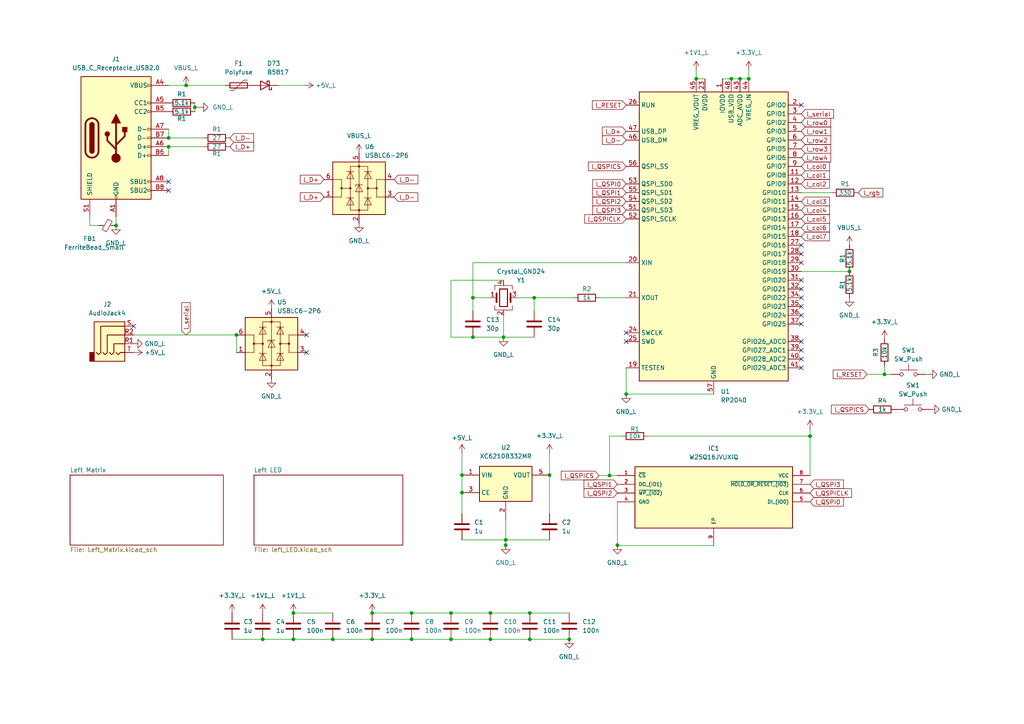
<source format=kicad_sch>
(kicad_sch (version 20230121) (generator eeschema)
  (paper "A4")
  (lib_symbols
    (symbol "Aidans-Custom-Lib:+1V1_L" (power) (pin_names (offset 0))
      (property "Value" "+1V1_L" (at 0 3.556 0))
      (symbol "+1V1_L_0_1"
        (polyline (pts (xy -0.762 1.27) (xy 0 2.54)))
        (polyline (pts (xy 0 0) (xy 0 2.54)))
        (polyline (pts (xy 0 2.54) (xy 0.762 1.27)))
      )
      (symbol "+1V1_L_1_1"
        (pin power_in line (at 0 0 90) (length 0) hide (name "+1V1_L") (number "1"))
      )
    )
    (symbol "Aidans-Custom-Lib:+3.3V_L" (power) (pin_names (offset 0))
      (property "Value" "+3.3V_L" (at 0 3.556 0))
      (symbol "+3.3V_L_0_1"
        (polyline (pts (xy -0.762 1.27) (xy 0 2.54)))
        (polyline (pts (xy 0 0) (xy 0 2.54)))
        (polyline (pts (xy 0 2.54) (xy 0.762 1.27)))
      )
      (symbol "+3.3V_L_1_1"
        (pin power_in line (at 0 0 90) (length 0) hide (name "+3.3V_L") (number "1"))
      )
    )
    (symbol "Aidans-Custom-Lib:+5V_L" (power) (pin_names (offset 0))
      (property "Value" "+5V_L" (at 0 3.556 0))
      (symbol "+5V_L_0_1"
        (polyline (pts (xy -0.762 1.27) (xy 0 2.54)))
        (polyline (pts (xy 0 0) (xy 0 2.54)))
        (polyline (pts (xy 0 2.54) (xy 0.762 1.27)))
      )
      (symbol "+5V_L_1_1"
        (pin power_in line (at 0 0 90) (length 0) hide (name "+5V_L") (number "1"))
      )
    )
    (symbol "Aidans-Custom-Lib:GND_L" (power) (pin_names (offset 0))
      (property "Value" "GND_L" (at 0 -3.81 0))
      (symbol "GND_L_0_1"
        (polyline (pts (xy 0 0) (xy 0 -1.27) (xy 1.27 -1.27) (xy 0 -2.54) (xy -1.27 -1.27) (xy 0 -1.27)))
      )
      (symbol "GND_L_1_1"
        (pin power_in line (at 0 0 270) (length 0) hide (name "GND_L") (number "1"))
      )
    )
    (symbol "Aidans-Custom-Lib:VBUS_L" (power) (pin_names (offset 0))
      (property "Value" "VBUS_L" (at 0 3.81 0))
      (symbol "VBUS_L_0_1"
        (polyline (pts (xy -0.762 1.27) (xy 0 2.54)))
        (polyline (pts (xy 0 0) (xy 0 2.54)))
        (polyline (pts (xy 0 2.54) (xy 0.762 1.27)))
      )
      (symbol "VBUS_L_1_1"
        (pin power_in line (at 0 0 90) (length 0) hide (name "VBUS_L") (number "1"))
      )
    )
    (symbol "Connector:USB_C_Receptacle_USB2.0" (pin_names (offset 1.016))
      (property "Reference" "J" (at -10.16 19.05 0))
      (property "Value" "USB_C_Receptacle_USB2.0" (at 19.05 19.05 0))
      (symbol "USB_C_Receptacle_USB2.0_0_0"
        (rectangle (start -0.254 -17.78) (end 0.254 -16.764))
        (rectangle (start 10.16 -14.986) (end 9.144 -15.494))
        (rectangle (start 10.16 -12.446) (end 9.144 -12.954))
        (rectangle (start 10.16 -4.826) (end 9.144 -5.334))
        (rectangle (start 10.16 -2.286) (end 9.144 -2.794))
        (rectangle (start 10.16 0.254) (end 9.144 -0.254))
        (rectangle (start 10.16 2.794) (end 9.144 2.286))
        (rectangle (start 10.16 7.874) (end 9.144 7.366))
        (rectangle (start 10.16 10.414) (end 9.144 9.906))
        (rectangle (start 10.16 15.494) (end 9.144 14.986))
      )
      (symbol "USB_C_Receptacle_USB2.0_0_1"
        (rectangle (start -10.16 17.78) (end 10.16 -17.78) (stroke (width 0.254)) (fill (type background)))
        (arc (start -8.89 -3.81) (mid -6.985 -5.7067) (end -5.08 -3.81) (stroke (width 0.508)))
        (arc (start -7.62 -3.81) (mid -6.985 -4.4423) (end -6.35 -3.81) (stroke (width 0.254)))
        (arc (start -7.62 -3.81) (mid -6.985 -4.4423) (end -6.35 -3.81) (stroke (width 0.254)) (fill (type outline)))
        (rectangle (start -7.62 -3.81) (end -6.35 3.81) (stroke (width 0.254)) (fill (type outline)))
        (arc (start -6.35 3.81) (mid -6.985 4.4423) (end -7.62 3.81) (stroke (width 0.254)))
        (arc (start -6.35 3.81) (mid -6.985 4.4423) (end -7.62 3.81) (stroke (width 0.254)) (fill (type outline)))
        (arc (start -5.08 3.81) (mid -6.985 5.7067) (end -8.89 3.81) (stroke (width 0.508)))
        (circle (center -2.54 1.143) (radius 0.635) (stroke (width 0.254)) (fill (type outline)))
        (circle (center 0 -5.842) (radius 1.27) (fill (type outline)))
        (polyline (pts (xy -8.89 -3.81) (xy -8.89 3.81)) (stroke (width 0.508)))
        (polyline (pts (xy -5.08 3.81) (xy -5.08 -3.81)) (stroke (width 0.508)))
        (polyline (pts (xy 0 -5.842) (xy 0 4.318)) (stroke (width 0.508)))
        (polyline (pts (xy 0 -3.302) (xy -2.54 -0.762) (xy -2.54 0.508)) (stroke (width 0.508)))
        (polyline (pts (xy 0 -2.032) (xy 2.54 0.508) (xy 2.54 1.778)) (stroke (width 0.508)))
        (polyline (pts (xy -1.27 4.318) (xy 0 6.858) (xy 1.27 4.318) (xy -1.27 4.318)) (stroke (width 0.254)) (fill (type outline)))
        (rectangle (start 1.905 1.778) (end 3.175 3.048) (stroke (width 0.254)) (fill (type outline)))
      )
      (symbol "USB_C_Receptacle_USB2.0_1_1"
        (pin passive line (at 0 -22.86 90) (length 5.08) (name "GND") (number "A1"))
        (pin passive line (at 0 -22.86 90) (length 5.08) hide (name "GND") (number "A12"))
        (pin passive line (at 15.24 15.24 180) (length 5.08) (name "VBUS") (number "A4"))
        (pin bidirectional line (at 15.24 10.16 180) (length 5.08) (name "CC1") (number "A5"))
        (pin bidirectional line (at 15.24 -2.54 180) (length 5.08) (name "D+") (number "A6"))
        (pin bidirectional line (at 15.24 2.54 180) (length 5.08) (name "D-") (number "A7"))
        (pin bidirectional line (at 15.24 -12.7 180) (length 5.08) (name "SBU1") (number "A8"))
        (pin passive line (at 15.24 15.24 180) (length 5.08) hide (name "VBUS") (number "A9"))
        (pin passive line (at 0 -22.86 90) (length 5.08) hide (name "GND") (number "B1"))
        (pin passive line (at 0 -22.86 90) (length 5.08) hide (name "GND") (number "B12"))
        (pin passive line (at 15.24 15.24 180) (length 5.08) hide (name "VBUS") (number "B4"))
        (pin bidirectional line (at 15.24 7.62 180) (length 5.08) (name "CC2") (number "B5"))
        (pin bidirectional line (at 15.24 -5.08 180) (length 5.08) (name "D+") (number "B6"))
        (pin bidirectional line (at 15.24 0 180) (length 5.08) (name "D-") (number "B7"))
        (pin bidirectional line (at 15.24 -15.24 180) (length 5.08) (name "SBU2") (number "B8"))
        (pin passive line (at 15.24 15.24 180) (length 5.08) hide (name "VBUS") (number "B9"))
        (pin passive line (at -7.62 -22.86 90) (length 5.08) (name "SHIELD") (number "S1"))
      )
    )
    (symbol "Connector_Audio:AudioJack4"
      (property "Reference" "J" (at 0 8.89 0))
      (property "Value" "AudioJack4" (at 0 6.35 0))
      (symbol "AudioJack4_0_1"
        (rectangle (start -6.35 -5.08) (end -7.62 -7.62) (stroke (width 0.254)) (fill (type outline)))
        (polyline (pts (xy 0 -5.08) (xy 0.635 -5.715) (xy 1.27 -5.08) (xy 2.54 -5.08)) (stroke (width 0.254)))
        (polyline (pts (xy -5.715 -5.08) (xy -5.08 -5.715) (xy -4.445 -5.08) (xy -4.445 2.54) (xy 2.54 2.54)) (stroke (width 0.254)))
        (polyline (pts (xy -1.905 -5.08) (xy -1.27 -5.715) (xy -0.635 -5.08) (xy -0.635 -2.54) (xy 2.54 -2.54)) (stroke (width 0.254)))
        (polyline (pts (xy 2.54 0) (xy -2.54 0) (xy -2.54 -5.08) (xy -3.175 -5.715) (xy -3.81 -5.08)) (stroke (width 0.254)))
        (rectangle (start 2.54 3.81) (end -6.35 -7.62) (stroke (width 0.254)) (fill (type background)))
      )
      (symbol "AudioJack4_1_1"
        (pin passive line (at 5.08 -2.54 180) (length 2.54) (name "~") (number "R1"))
        (pin passive line (at 5.08 0 180) (length 2.54) (name "~") (number "R2"))
        (pin passive line (at 5.08 2.54 180) (length 2.54) (name "~") (number "S"))
        (pin passive line (at 5.08 -5.08 180) (length 2.54) (name "~") (number "T"))
      )
    )
    (symbol "Device:C" (pin_numbers hide) (pin_names (offset 0.254))
      (property "Reference" "C" (at 0.635 2.54 0))
      (property "Value" "C" (at 0.635 -2.54 0))
      (symbol "C_0_1"
        (polyline (pts (xy -2.032 -0.762) (xy 2.032 -0.762)) (stroke (width 0.508)))
        (polyline (pts (xy -2.032 0.762) (xy 2.032 0.762)) (stroke (width 0.508)))
      )
      (symbol "C_1_1"
        (pin passive line (at 0 3.81 270) (length 2.794) (name "~") (number "1"))
        (pin passive line (at 0 -3.81 90) (length 2.794) (name "~") (number "2"))
      )
    )
    (symbol "Device:Crystal_GND24" (pin_names (offset 1.016) hide)
      (property "Reference" "Y" (at 3.175 5.08 0))
      (property "Value" "Crystal_GND24" (at 3.175 3.175 0))
      (symbol "Crystal_GND24_0_1"
        (rectangle (start -1.143 2.54) (end 1.143 -2.54) (stroke (width 0.3048)))
        (polyline (pts (xy -2.54 0) (xy -2.032 0)))
        (polyline (pts (xy -2.032 -1.27) (xy -2.032 1.27)) (stroke (width 0.508)))
        (polyline (pts (xy 0 -3.81) (xy 0 -3.556)))
        (polyline (pts (xy 0 3.556) (xy 0 3.81)))
        (polyline (pts (xy 2.032 -1.27) (xy 2.032 1.27)) (stroke (width 0.508)))
        (polyline (pts (xy 2.032 0) (xy 2.54 0)))
        (polyline (pts (xy -2.54 -2.286) (xy -2.54 -3.556) (xy 2.54 -3.556) (xy 2.54 -2.286)))
        (polyline (pts (xy -2.54 2.286) (xy -2.54 3.556) (xy 2.54 3.556) (xy 2.54 2.286)))
      )
      (symbol "Crystal_GND24_1_1"
        (pin passive line (at -3.81 0 0) (length 1.27) (name "1") (number "1"))
        (pin passive line (at 0 5.08 270) (length 1.27) (name "2") (number "2"))
        (pin passive line (at 3.81 0 180) (length 1.27) (name "3") (number "3"))
        (pin passive line (at 0 -5.08 90) (length 1.27) (name "4") (number "4"))
      )
    )
    (symbol "Device:D_Schottky" (pin_numbers hide) (pin_names (offset 1.016) hide)
      (property "Reference" "D" (at 0 2.54 0))
      (property "Value" "D_Schottky" (at 0 -2.54 0))
      (symbol "D_Schottky_0_1"
        (polyline (pts (xy 1.27 0) (xy -1.27 0)))
        (polyline (pts (xy 1.27 1.27) (xy 1.27 -1.27) (xy -1.27 0) (xy 1.27 1.27)) (stroke (width 0.254)))
        (polyline (pts (xy -1.905 0.635) (xy -1.905 1.27) (xy -1.27 1.27) (xy -1.27 -1.27) (xy -0.635 -1.27) (xy -0.635 -0.635)) (stroke (width 0.254)))
      )
      (symbol "D_Schottky_1_1"
        (pin passive line (at -3.81 0 0) (length 2.54) (name "K") (number "1"))
        (pin passive line (at 3.81 0 180) (length 2.54) (name "A") (number "2"))
      )
    )
    (symbol "Device:FerriteBead_Small" (pin_numbers hide) (pin_names (offset 0))
      (property "Reference" "FB" (at 1.905 1.27 0))
      (property "Value" "FerriteBead_Small" (at 1.905 -1.27 0))
      (symbol "FerriteBead_Small_0_1"
        (polyline (pts (xy 0 -1.27) (xy 0 -0.7874)))
        (polyline (pts (xy 0 0.889) (xy 0 1.2954)))
        (polyline (pts (xy -1.8288 0.2794) (xy -1.1176 1.4986) (xy 1.8288 -0.2032) (xy 1.1176 -1.4224) (xy -1.8288 0.2794)))
      )
      (symbol "FerriteBead_Small_1_1"
        (pin passive line (at 0 2.54 270) (length 1.27) (name "~") (number "1"))
        (pin passive line (at 0 -2.54 90) (length 1.27) (name "~") (number "2"))
      )
    )
    (symbol "Device:Polyfuse" (pin_numbers hide) (pin_names (offset 0))
      (property "Reference" "F" (at -2.54 0 90))
      (property "Value" "Polyfuse" (at 2.54 0 90))
      (symbol "Polyfuse_0_1"
        (rectangle (start -0.762 2.54) (end 0.762 -2.54) (stroke (width 0.254)))
        (polyline (pts (xy 0 2.54) (xy 0 -2.54)))
        (polyline (pts (xy -1.524 2.54) (xy -1.524 1.524) (xy 1.524 -1.524) (xy 1.524 -2.54)))
      )
      (symbol "Polyfuse_1_1"
        (pin passive line (at 0 3.81 270) (length 1.27) (name "~") (number "1"))
        (pin passive line (at 0 -3.81 90) (length 1.27) (name "~") (number "2"))
      )
    )
    (symbol "Device:R" (pin_numbers hide) (pin_names (offset 0))
      (property "Reference" "R" (at 2.032 0 90))
      (property "Value" "R" (at 0 0 90))
      (symbol "R_0_1"
        (rectangle (start -1.016 -2.54) (end 1.016 2.54) (stroke (width 0.254)))
      )
      (symbol "R_1_1"
        (pin passive line (at 0 3.81 270) (length 1.27) (name "~") (number "1"))
        (pin passive line (at 0 -3.81 90) (length 1.27) (name "~") (number "2"))
      )
    )
    (symbol "MCU_RaspberryPi:RP2040"
      (property "Reference" "U" (at 17.78 45.72 0))
      (property "Value" "RP2040" (at 17.78 43.18 0))
      (symbol "RP2040_0_1"
        (rectangle (start -21.59 41.91) (end 21.59 -41.91) (stroke (width 0.254)) (fill (type background)))
      )
      (symbol "RP2040_1_1"
        (pin power_in line (at 2.54 45.72 270) (length 3.81) (name "IOVDD") (number "1"))
        (pin passive line (at 2.54 45.72 270) (length 3.81) hide (name "IOVDD") (number "10"))
        (pin bidirectional line (at 25.4 17.78 180) (length 3.81) (name "GPIO8") (number "11"))
        (pin bidirectional line (at 25.4 15.24 180) (length 3.81) (name "GPIO9") (number "12"))
        (pin bidirectional line (at 25.4 12.7 180) (length 3.81) (name "GPIO10") (number "13"))
        (pin bidirectional line (at 25.4 10.16 180) (length 3.81) (name "GPIO11") (number "14"))
        (pin bidirectional line (at 25.4 7.62 180) (length 3.81) (name "GPIO12") (number "15"))
        (pin bidirectional line (at 25.4 5.08 180) (length 3.81) (name "GPIO13") (number "16"))
        (pin bidirectional line (at 25.4 2.54 180) (length 3.81) (name "GPIO14") (number "17"))
        (pin bidirectional line (at 25.4 0 180) (length 3.81) (name "GPIO15") (number "18"))
        (pin input line (at -25.4 -38.1 0) (length 3.81) (name "TESTEN") (number "19"))
        (pin bidirectional line (at 25.4 38.1 180) (length 3.81) (name "GPIO0") (number "2"))
        (pin input line (at -25.4 -7.62 0) (length 3.81) (name "XIN") (number "20"))
        (pin passive line (at -25.4 -17.78 0) (length 3.81) (name "XOUT") (number "21"))
        (pin passive line (at 2.54 45.72 270) (length 3.81) hide (name "IOVDD") (number "22"))
        (pin power_in line (at -2.54 45.72 270) (length 3.81) (name "DVDD") (number "23"))
        (pin output line (at -25.4 -27.94 0) (length 3.81) (name "SWCLK") (number "24"))
        (pin bidirectional line (at -25.4 -30.48 0) (length 3.81) (name "SWD") (number "25"))
        (pin input line (at -25.4 38.1 0) (length 3.81) (name "RUN") (number "26"))
        (pin bidirectional line (at 25.4 -2.54 180) (length 3.81) (name "GPIO16") (number "27"))
        (pin bidirectional line (at 25.4 -5.08 180) (length 3.81) (name "GPIO17") (number "28"))
        (pin bidirectional line (at 25.4 -7.62 180) (length 3.81) (name "GPIO18") (number "29"))
        (pin bidirectional line (at 25.4 35.56 180) (length 3.81) (name "GPIO1") (number "3"))
        (pin bidirectional line (at 25.4 -10.16 180) (length 3.81) (name "GPIO19") (number "30"))
        (pin bidirectional line (at 25.4 -12.7 180) (length 3.81) (name "GPIO20") (number "31"))
        (pin bidirectional line (at 25.4 -15.24 180) (length 3.81) (name "GPIO21") (number "32"))
        (pin passive line (at 2.54 45.72 270) (length 3.81) hide (name "IOVDD") (number "33"))
        (pin bidirectional line (at 25.4 -17.78 180) (length 3.81) (name "GPIO22") (number "34"))
        (pin bidirectional line (at 25.4 -20.32 180) (length 3.81) (name "GPIO23") (number "35"))
        (pin bidirectional line (at 25.4 -22.86 180) (length 3.81) (name "GPIO24") (number "36"))
        (pin bidirectional line (at 25.4 -25.4 180) (length 3.81) (name "GPIO25") (number "37"))
        (pin bidirectional line (at 25.4 -30.48 180) (length 3.81) (name "GPIO26_ADC0") (number "38"))
        (pin bidirectional line (at 25.4 -33.02 180) (length 3.81) (name "GPIO27_ADC1") (number "39"))
        (pin bidirectional line (at 25.4 33.02 180) (length 3.81) (name "GPIO2") (number "4"))
        (pin bidirectional line (at 25.4 -35.56 180) (length 3.81) (name "GPIO28_ADC2") (number "40"))
        (pin bidirectional line (at 25.4 -38.1 180) (length 3.81) (name "GPIO29_ADC3") (number "41"))
        (pin passive line (at 2.54 45.72 270) (length 3.81) hide (name "IOVDD") (number "42"))
        (pin power_in line (at 7.62 45.72 270) (length 3.81) (name "ADC_AVDD") (number "43"))
        (pin power_in line (at 10.16 45.72 270) (length 3.81) (name "VREG_IN") (number "44"))
        (pin power_out line (at -5.08 45.72 270) (length 3.81) (name "VREG_VOUT") (number "45"))
        (pin bidirectional line (at -25.4 27.94 0) (length 3.81) (name "USB_DM") (number "46"))
        (pin bidirectional line (at -25.4 30.48 0) (length 3.81) (name "USB_DP") (number "47"))
        (pin power_in line (at 5.08 45.72 270) (length 3.81) (name "USB_VDD") (number "48"))
        (pin passive line (at 2.54 45.72 270) (length 3.81) hide (name "IOVDD") (number "49"))
        (pin bidirectional line (at 25.4 30.48 180) (length 3.81) (name "GPIO3") (number "5"))
        (pin passive line (at -2.54 45.72 270) (length 3.81) hide (name "DVDD") (number "50"))
        (pin bidirectional line (at -25.4 7.62 0) (length 3.81) (name "QSPI_SD3") (number "51"))
        (pin output line (at -25.4 5.08 0) (length 3.81) (name "QSPI_SCLK") (number "52"))
        (pin bidirectional line (at -25.4 15.24 0) (length 3.81) (name "QSPI_SD0") (number "53"))
        (pin bidirectional line (at -25.4 10.16 0) (length 3.81) (name "QSPI_SD2") (number "54"))
        (pin bidirectional line (at -25.4 12.7 0) (length 3.81) (name "QSPI_SD1") (number "55"))
        (pin bidirectional line (at -25.4 20.32 0) (length 3.81) (name "QSPI_SS") (number "56"))
        (pin power_in line (at 0 -45.72 90) (length 3.81) (name "GND") (number "57"))
        (pin bidirectional line (at 25.4 27.94 180) (length 3.81) (name "GPIO4") (number "6"))
        (pin bidirectional line (at 25.4 25.4 180) (length 3.81) (name "GPIO5") (number "7"))
        (pin bidirectional line (at 25.4 22.86 180) (length 3.81) (name "GPIO6") (number "8"))
        (pin bidirectional line (at 25.4 20.32 180) (length 3.81) (name "GPIO7") (number "9"))
      )
    )
    (symbol "Power_Protection:USBLC6-2P6" (pin_names hide)
      (property "Reference" "U" (at 2.54 8.89 0))
      (property "Value" "USBLC6-2P6" (at 2.54 -8.89 0))
      (symbol "USBLC6-2P6_0_1"
        (rectangle (start -7.62 -7.62) (end 7.62 7.62) (stroke (width 0.254)) (fill (type background)))
        (circle (center -5.08 0) (radius 0.254) (fill (type outline)))
        (circle (center -2.54 0) (radius 0.254) (fill (type outline)))
        (rectangle (start -2.54 6.35) (end 2.54 -6.35))
        (circle (center 0 -6.35) (radius 0.254) (fill (type outline)))
        (polyline (pts (xy -5.08 -2.54) (xy -7.62 -2.54)))
        (polyline (pts (xy -5.08 0) (xy -5.08 -2.54)))
        (polyline (pts (xy -5.08 2.54) (xy -7.62 2.54)))
        (polyline (pts (xy -1.524 -2.794) (xy -3.556 -2.794)))
        (polyline (pts (xy -1.524 4.826) (xy -3.556 4.826)))
        (polyline (pts (xy 0 -7.62) (xy 0 -6.35)))
        (polyline (pts (xy 0 -6.35) (xy 0 1.27)))
        (polyline (pts (xy 0 1.27) (xy 0 6.35)))
        (polyline (pts (xy 0 6.35) (xy 0 7.62)))
        (polyline (pts (xy 1.524 -2.794) (xy 3.556 -2.794)))
        (polyline (pts (xy 1.524 4.826) (xy 3.556 4.826)))
        (polyline (pts (xy 5.08 -2.54) (xy 7.62 -2.54)))
        (polyline (pts (xy 5.08 0) (xy 5.08 -2.54)))
        (polyline (pts (xy 5.08 2.54) (xy 7.62 2.54)))
        (polyline (pts (xy -2.54 0) (xy -5.08 0) (xy -5.08 2.54)))
        (polyline (pts (xy 2.54 0) (xy 5.08 0) (xy 5.08 2.54)))
        (polyline (pts (xy -3.556 -4.826) (xy -1.524 -4.826) (xy -2.54 -2.794) (xy -3.556 -4.826)))
        (polyline (pts (xy -3.556 2.794) (xy -1.524 2.794) (xy -2.54 4.826) (xy -3.556 2.794)))
        (polyline (pts (xy -1.016 -1.016) (xy 1.016 -1.016) (xy 0 1.016) (xy -1.016 -1.016)))
        (polyline (pts (xy 1.016 1.016) (xy 0.762 1.016) (xy -1.016 1.016) (xy -1.016 0.508)))
        (polyline (pts (xy 3.556 -4.826) (xy 1.524 -4.826) (xy 2.54 -2.794) (xy 3.556 -4.826)))
        (polyline (pts (xy 3.556 2.794) (xy 1.524 2.794) (xy 2.54 4.826) (xy 3.556 2.794)))
        (circle (center 0 6.35) (radius 0.254) (fill (type outline)))
        (circle (center 2.54 0) (radius 0.254) (fill (type outline)))
        (circle (center 5.08 0) (radius 0.254) (fill (type outline)))
      )
      (symbol "USBLC6-2P6_1_1"
        (pin passive line (at -10.16 -2.54 0) (length 2.54) (name "I/O1") (number "1"))
        (pin passive line (at 0 -10.16 90) (length 2.54) (name "GND") (number "2"))
        (pin passive line (at 10.16 -2.54 180) (length 2.54) (name "I/O2") (number "3"))
        (pin passive line (at 10.16 2.54 180) (length 2.54) (name "I/O2") (number "4"))
        (pin passive line (at 0 10.16 270) (length 2.54) (name "VBUS") (number "5"))
        (pin passive line (at -10.16 2.54 0) (length 2.54) (name "I/O1") (number "6"))
      )
    )
    (symbol "Regulator_Linear:XC6210B332MR"
      (property "Reference" "U" (at 0 8.89 0))
      (property "Value" "XC6210B332MR" (at 0 6.35 0))
      (symbol "XC6210B332MR_0_1"
        (rectangle (start -7.62 5.08) (end 7.62 -5.08) (stroke (width 0.254)) (fill (type background)))
      )
      (symbol "XC6210B332MR_1_1"
        (pin power_in line (at -12.7 2.54 0) (length 5.08) (name "VIN") (number "1"))
        (pin power_in line (at 0 -10.16 90) (length 5.08) (name "GND") (number "2"))
        (pin input line (at -12.7 -2.54 0) (length 5.08) (name "CE") (number "3"))
        (pin no_connect line (at 12.7 -2.54 180) (length 5.08) hide (name "NC") (number "4"))
        (pin power_out line (at 12.7 2.54 180) (length 5.08) (name "VOUT") (number "5"))
      )
    )
    (symbol "Switch:SW_Push" (pin_numbers hide) (pin_names (offset 1.016) hide)
      (property "Reference" "SW" (at 1.27 2.54 0))
      (property "Value" "SW_Push" (at 0 -1.524 0))
      (symbol "SW_Push_0_1"
        (circle (center -2.032 0) (radius 0.508))
        (polyline (pts (xy 0 1.27) (xy 0 3.048)))
        (polyline (pts (xy 2.54 1.27) (xy -2.54 1.27)))
        (circle (center 2.032 0) (radius 0.508))
        (pin passive line (at -5.08 0 0) (length 2.54) (name "1") (number "1"))
        (pin passive line (at 5.08 0 180) (length 2.54) (name "2") (number "2"))
      )
    )
    (symbol "W25Q16JVUXIQ:W25Q16JVUXIQ" (pin_names (offset 1.016))
      (property "Reference" "IC" (at 52.07 7.62 0))
      (property "Value" "W25Q16JVUXIQ" (at 52.07 5.08 0))
      (symbol "W25Q16JVUXIQ_0_0"
        (polyline (pts (xy 5.08 2.54) (xy 5.08 -15.24)) (stroke (width 0.254)))
        (rectangle (start 5.08 -15.24) (end 50.8 2.54) (stroke (width 0.254)) (fill (type background)))
        (pin bidirectional line (at 0 0 0) (length 5.08) (name "~{CS}") (number "1"))
        (pin bidirectional line (at 0 -2.54 0) (length 5.08) (name "DO_(IO1)") (number "2"))
        (pin bidirectional line (at 0 -5.08 0) (length 5.08) (name "~{WP_(IO2})") (number "3"))
        (pin bidirectional line (at 0 -7.62 0) (length 5.08) (name "GND") (number "4"))
        (pin bidirectional line (at 55.88 -7.62 180) (length 5.08) (name "DI_(IO0)") (number "5"))
        (pin bidirectional line (at 55.88 -5.08 180) (length 5.08) (name "CLK") (number "6"))
        (pin bidirectional line (at 55.88 -2.54 180) (length 5.08) (name "~{HOLD_OR_RESET_(IO3})") (number "7"))
        (pin bidirectional line (at 55.88 0 180) (length 5.08) (name "VCC") (number "8"))
        (pin bidirectional line (at 27.94 -20.32 90) (length 5.08) (name "EP") (number "9"))
      )
    )
  )
  (junction (at 48.895 40.005))
  (junction (at 146.05 97.79))
  (junction (at 48.895 42.545))
  (junction (at 96.52 185.42))
  (junction (at 56.515 31.115))
  (junction (at 33.655 65.405))
  (junction (at 153.67 185.42))
  (junction (at 146.685 158.115))
  (junction (at 85.09 177.8))
  (junction (at 165.1 185.42))
  (junction (at 212.09 22.86))
  (junction (at 119.38 177.8))
  (junction (at 234.95 126.492))
  (junction (at 137.16 86.36))
  (junction (at 68.58 97.155))
  (junction (at 256.54 108.585))
  (junction (at 53.975 24.765))
  (junction (at 142.24 185.42))
  (junction (at 154.94 86.36))
  (junction (at 133.985 137.795))
  (junction (at 142.24 177.8))
  (junction (at 119.38 185.42))
  (junction (at 179.07 158.115))
  (junction (at 146.685 156.591))
  (junction (at 246.38 78.74))
  (junction (at 130.81 177.8))
  (junction (at 214.63 22.86))
  (junction (at 217.17 22.86))
  (junction (at 137.16 97.79))
  (junction (at 130.81 185.42))
  (junction (at 76.2 185.42))
  (junction (at 159.385 137.795))
  (junction (at 133.985 142.875))
  (junction (at 107.95 185.42))
  (junction (at 153.67 177.8))
  (junction (at 201.93 22.86))
  (junction (at 85.09 185.42))
  (junction (at 107.95 177.8))
  (junction (at 176.784 137.922))
  (junction (at 181.61 114.3))
  (no_connect (at 48.895 52.705))
  (no_connect (at 232.41 99.06))
  (no_connect (at 88.9 97.155))
  (no_connect (at 232.41 81.28))
  (no_connect (at 232.41 101.6))
  (no_connect (at 232.41 73.66))
  (no_connect (at 232.41 76.2))
  (no_connect (at 38.735 94.615))
  (no_connect (at 232.41 30.48))
  (no_connect (at 232.41 104.14))
  (no_connect (at 232.41 86.36))
  (no_connect (at 181.61 96.52))
  (no_connect (at 232.41 106.68))
  (no_connect (at 232.41 93.98))
  (no_connect (at 232.41 91.44))
  (no_connect (at 232.41 71.12))
  (no_connect (at 48.895 55.245))
  (no_connect (at 181.61 99.06))
  (no_connect (at 88.9 102.235))
  (no_connect (at 232.41 83.82))
  (no_connect (at 232.41 88.9))
  (wire (pts (xy 256.54 108.585) (xy 256.54 106.045)))
  (wire (pts (xy 159.385 131.445) (xy 159.385 137.795)))
  (wire (pts (xy 133.985 137.795) (xy 133.985 142.875)))
  (wire (pts (xy 137.16 97.79) (xy 146.05 97.79)))
  (wire (pts (xy 146.05 81.28) (xy 130.81 81.28)))
  (wire (pts (xy 48.895 42.545) (xy 59.055 42.545)))
  (wire (pts (xy 149.86 86.36) (xy 154.94 86.36)))
  (wire (pts (xy 56.515 31.115) (xy 56.515 32.385)))
  (wire (pts (xy 146.685 156.591) (xy 159.385 156.591)))
  (wire (pts (xy 48.895 24.765) (xy 53.975 24.765)))
  (wire (pts (xy 209.55 22.86) (xy 212.09 22.86)))
  (wire (pts (xy 153.67 177.8) (xy 165.1 177.8)))
  (wire (pts (xy 130.81 185.42) (xy 142.24 185.42)))
  (wire (pts (xy 38.735 97.155) (xy 68.58 97.155)))
  (wire (pts (xy 146.05 97.79) (xy 154.94 97.79)))
  (wire (pts (xy 154.94 86.36) (xy 166.37 86.36)))
  (wire (pts (xy 130.81 177.8) (xy 142.24 177.8)))
  (wire (pts (xy 179.07 145.542) (xy 179.07 158.115)))
  (wire (pts (xy 181.61 114.3) (xy 207.01 114.3)))
  (wire (pts (xy 76.2 185.42) (xy 85.09 185.42)))
  (wire (pts (xy 142.24 177.8) (xy 153.67 177.8)))
  (wire (pts (xy 137.16 76.2) (xy 181.61 76.2)))
  (wire (pts (xy 80.645 24.765) (xy 88.265 24.765)))
  (wire (pts (xy 154.94 86.36) (xy 154.94 90.17)))
  (wire (pts (xy 85.09 185.42) (xy 96.52 185.42)))
  (wire (pts (xy 179.07 158.115) (xy 179.07 158.242)))
  (wire (pts (xy 130.81 81.28) (xy 130.81 97.79)))
  (wire (pts (xy 96.52 185.42) (xy 107.95 185.42)))
  (wire (pts (xy 146.685 158.115) (xy 146.685 158.369)))
  (wire (pts (xy 201.93 22.86) (xy 204.47 22.86)))
  (wire (pts (xy 56.515 31.115) (xy 57.785 31.115)))
  (wire (pts (xy 68.58 97.155) (xy 68.58 102.235)))
  (wire (pts (xy 187.96 126.492) (xy 234.95 126.492)))
  (wire (pts (xy 142.24 185.42) (xy 153.67 185.42)))
  (wire (pts (xy 133.985 142.875) (xy 133.985 148.971)))
  (wire (pts (xy 146.685 156.591) (xy 146.685 158.115)))
  (wire (pts (xy 67.31 185.42) (xy 76.2 185.42)))
  (wire (pts (xy 53.975 24.765) (xy 65.405 24.765)))
  (wire (pts (xy 130.81 97.79) (xy 137.16 97.79)))
  (wire (pts (xy 119.38 185.42) (xy 130.81 185.42)))
  (wire (pts (xy 268.605 108.585) (xy 269.24 108.585)))
  (wire (pts (xy 119.38 177.8) (xy 130.81 177.8)))
  (wire (pts (xy 232.41 55.88) (xy 241.3 55.88)))
  (wire (pts (xy 217.17 20.32) (xy 217.17 22.86)))
  (wire (pts (xy 234.95 124.46) (xy 234.95 126.492)))
  (wire (pts (xy 133.985 131.445) (xy 133.985 137.795)))
  (wire (pts (xy 153.67 185.42) (xy 165.1 185.42)))
  (wire (pts (xy 146.05 91.44) (xy 146.05 97.79)))
  (wire (pts (xy 181.61 106.68) (xy 181.61 114.3)))
  (wire (pts (xy 212.09 22.86) (xy 214.63 22.86)))
  (wire (pts (xy 107.95 185.42) (xy 119.38 185.42)))
  (wire (pts (xy 137.16 86.36) (xy 142.24 86.36)))
  (wire (pts (xy 48.895 42.545) (xy 48.895 45.085)))
  (wire (pts (xy 214.63 22.86) (xy 217.17 22.86)))
  (wire (pts (xy 258.445 108.585) (xy 256.54 108.585)))
  (wire (pts (xy 48.895 37.465) (xy 48.895 40.005)))
  (wire (pts (xy 56.515 29.845) (xy 56.515 31.115)))
  (wire (pts (xy 26.035 62.865) (xy 26.035 65.405)))
  (wire (pts (xy 133.985 156.591) (xy 146.685 156.591)))
  (wire (pts (xy 232.41 78.74) (xy 246.38 78.74)))
  (wire (pts (xy 159.385 148.971) (xy 159.385 137.795)))
  (wire (pts (xy 26.035 65.405) (xy 28.575 65.405)))
  (wire (pts (xy 176.784 137.922) (xy 176.784 126.492)))
  (wire (pts (xy 33.655 62.865) (xy 33.655 65.405)))
  (wire (pts (xy 173.736 137.922) (xy 176.784 137.922)))
  (wire (pts (xy 201.93 20.32) (xy 201.93 22.86)))
  (wire (pts (xy 137.16 86.36) (xy 137.16 76.2)))
  (wire (pts (xy 251.46 108.585) (xy 256.54 108.585)))
  (wire (pts (xy 176.784 137.922) (xy 179.07 137.922)))
  (wire (pts (xy 85.09 177.8) (xy 96.52 177.8)))
  (wire (pts (xy 176.784 126.492) (xy 180.34 126.492)))
  (wire (pts (xy 48.895 40.005) (xy 59.055 40.005)))
  (wire (pts (xy 146.685 150.495) (xy 146.685 156.591)))
  (wire (pts (xy 137.16 90.17) (xy 137.16 86.36)))
  (wire (pts (xy 107.95 177.8) (xy 119.38 177.8)))
  (wire (pts (xy 234.95 126.492) (xy 234.95 137.922)))
  (wire (pts (xy 173.99 86.36) (xy 181.61 86.36)))
  (wire (pts (xy 179.07 158.242) (xy 207.01 158.242)))
  (global_label "l_col0" (shape input) (at 232.41 48.26 0) (property "Intersheetrefs" "${INTERSHEET_REFS}" (effects hide)))
  (global_label "l_D+" (shape input) (at 181.61 38.1 180) (property "Intersheetrefs" "${INTERSHEET_REFS}" (effects hide)))
  (global_label "l_serial" (shape input) (at 53.975 97.155 90) (property "Intersheetrefs" "${INTERSHEET_REFS}" (effects hide)))
  (global_label "l_QSPI0" (shape input) (at 234.95 145.542 0) (property "Intersheetrefs" "${INTERSHEET_REFS}" (effects hide)))
  (global_label "l_QSPICS" (shape input) (at 181.61 48.26 180) (property "Intersheetrefs" "${INTERSHEET_REFS}" (effects hide)))
  (global_label "l_QSPICLK" (shape input) (at 181.61 63.5 180) (property "Intersheetrefs" "${INTERSHEET_REFS}" (effects hide)))
  (global_label "l_rgb" (shape input) (at 248.92 55.88 0) (property "Intersheetrefs" "${INTERSHEET_REFS}" (effects hide)))
  (global_label "l_row4" (shape input) (at 232.41 45.72 0) (property "Intersheetrefs" "${INTERSHEET_REFS}" (effects hide)))
  (global_label "l_QSPICLK" (shape input) (at 234.95 143.002 0) (property "Intersheetrefs" "${INTERSHEET_REFS}" (effects hide)))
  (global_label "l_D+" (shape input) (at 93.98 57.15 180) (property "Intersheetrefs" "${INTERSHEET_REFS}" (effects hide)))
  (global_label "l_RESET" (shape input) (at 181.61 30.48 180) (property "Intersheetrefs" "${INTERSHEET_REFS}" (effects hide)))
  (global_label "l_QSPI0" (shape input) (at 181.61 53.34 180) (property "Intersheetrefs" "${INTERSHEET_REFS}" (effects hide)))
  (global_label "l_row1" (shape input) (at 232.41 38.1 0) (property "Intersheetrefs" "${INTERSHEET_REFS}" (effects hide)))
  (global_label "l_D+" (shape input) (at 66.675 42.545 0) (property "Intersheetrefs" "${INTERSHEET_REFS}" (effects hide)))
  (global_label "l_col5" (shape input) (at 232.41 63.5 0) (property "Intersheetrefs" "${INTERSHEET_REFS}" (effects hide)))
  (global_label "l_QSPI3" (shape input) (at 181.61 60.96 180) (property "Intersheetrefs" "${INTERSHEET_REFS}" (effects hide)))
  (global_label "l_D-" (shape input) (at 66.675 40.005 0) (property "Intersheetrefs" "${INTERSHEET_REFS}" (effects hide)))
  (global_label "l_RESET" (shape input) (at 251.46 108.585 180) (property "Intersheetrefs" "${INTERSHEET_REFS}" (effects hide)))
  (global_label "l_QSPICS" (shape input) (at 173.736 137.922 180) (property "Intersheetrefs" "${INTERSHEET_REFS}" (effects hide)))
  (global_label "l_col1" (shape input) (at 232.41 50.8 0) (property "Intersheetrefs" "${INTERSHEET_REFS}" (effects hide)))
  (global_label "l_D-" (shape input) (at 114.3 57.15 0) (property "Intersheetrefs" "${INTERSHEET_REFS}" (effects hide)))
  (global_label "l_D-" (shape input) (at 114.3 52.07 0) (property "Intersheetrefs" "${INTERSHEET_REFS}" (effects hide)))
  (global_label "l_QSPI1" (shape input) (at 179.07 140.462 180) (property "Intersheetrefs" "${INTERSHEET_REFS}" (effects hide)))
  (global_label "l_col4" (shape input) (at 232.41 60.96 0) (property "Intersheetrefs" "${INTERSHEET_REFS}" (effects hide)))
  (global_label "l_col7" (shape input) (at 232.41 68.58 0) (property "Intersheetrefs" "${INTERSHEET_REFS}" (effects hide)))
  (global_label "l_row0" (shape input) (at 232.41 35.56 0) (property "Intersheetrefs" "${INTERSHEET_REFS}" (effects hide)))
  (global_label "l_QSPICS" (shape input) (at 252.095 118.745 180) (property "Intersheetrefs" "${INTERSHEET_REFS}" (effects hide)))
  (global_label "l_col2" (shape input) (at 232.41 53.34 0) (property "Intersheetrefs" "${INTERSHEET_REFS}" (effects hide)))
  (global_label "l_row2" (shape input) (at 232.41 40.64 0) (property "Intersheetrefs" "${INTERSHEET_REFS}" (effects hide)))
  (global_label "l_row3" (shape input) (at 232.41 43.18 0) (property "Intersheetrefs" "${INTERSHEET_REFS}" (effects hide)))
  (global_label "l_serial" (shape input) (at 232.41 33.02 0) (property "Intersheetrefs" "${INTERSHEET_REFS}" (effects hide)))
  (global_label "l_D-" (shape input) (at 181.61 40.64 180) (property "Intersheetrefs" "${INTERSHEET_REFS}" (effects hide)))
  (global_label "l_QSPI2" (shape input) (at 181.61 58.42 180) (property "Intersheetrefs" "${INTERSHEET_REFS}" (effects hide)))
  (global_label "l_col3" (shape input) (at 232.41 58.42 0) (property "Intersheetrefs" "${INTERSHEET_REFS}" (effects hide)))
  (global_label "l_col6" (shape input) (at 232.41 66.04 0) (property "Intersheetrefs" "${INTERSHEET_REFS}" (effects hide)))
  (global_label "l_QSPI2" (shape input) (at 179.07 143.002 180) (property "Intersheetrefs" "${INTERSHEET_REFS}" (effects hide)))
  (global_label "l_QSPI3" (shape input) (at 234.95 140.462 0) (property "Intersheetrefs" "${INTERSHEET_REFS}" (effects hide)))
  (global_label "l_D+" (shape input) (at 93.98 52.07 180) (property "Intersheetrefs" "${INTERSHEET_REFS}" (effects hide)))
  (global_label "l_QSPI1" (shape input) (at 181.61 55.88 180) (property "Intersheetrefs" "${INTERSHEET_REFS}" (effects hide)))
  (symbol (lib_id "Device:C") (at 67.31 181.61 0) (unit 1)
    (property "Reference" "C3" (at 70.612 180.3399 0) (effects (justify left)))
    (property "Value" "1u" (at 70.612 182.8799 0) (effects (justify left)))
    (property "Footprint" "Capacitor_SMD:C_0603_1608Metric" (effects hide))
    (instances (project "Main PCB" (path "" (reference "C3") (unit 1))) (project "Sango" (path "" (reference "C5") (unit 1)) (path "" (reference "C5") (unit 1)) (path "" (reference "C15") (unit 1))))
  )
  (symbol (lib_id "Device:R") (at 246.38 82.55 180) (unit 1)
    (property "Reference" "R1" (at 244.348 82.55 90))
    (property "Value" "5.1k" (at 246.38 82.55 90))
    (property "Footprint" "Resistor_SMD:R_0603_1608Metric" (effects hide))
    (instances (project "Main PCB" (path "" (reference "R1") (unit 1))) (project "Sango" (path "" (reference "R2") (unit 1)) (path "" (reference "R10") (unit 1)) (path "" (reference "R22") (unit 1))))
  )
  (symbol (lib_id "Device:R") (at 52.705 29.845 270) (unit 1)
    (property "Reference" "R1" (at 52.705 27.305 90))
    (property "Value" "5.1k" (at 52.705 29.845 90))
    (property "Footprint" "Resistor_SMD:R_0603_1608Metric" (effects hide))
    (instances (project "Main PCB" (path "" (reference "R1") (unit 1))) (project "Sango" (path "" (reference "R2") (unit 1)) (path "" (reference "R11") (unit 1)) (path "" (reference "R17") (unit 1))))
  )
  (symbol (lib_id "Device:D_Schottky") (at 76.835 24.765 180) (unit 1)
    (property "Reference" "D73" (at 79.375 18.415 0))
    (property "Value" "B5817" (at 80.645 20.955 0))
    (property "Footprint" "Diode_SMD:D_SOD-123" (effects hide))
    (instances (project "Sango" (path "" (reference "D73") (unit 1)) (path "" (reference "D122") (unit 1))))
  )
  (symbol (lib_id "Device:R") (at 62.865 42.545 270) (unit 1)
    (property "Reference" "R1" (at 62.865 44.577 90))
    (property "Value" "27" (at 62.865 42.545 90))
    (property "Footprint" "Resistor_SMD:R_0603_1608Metric" (effects hide))
    (instances (project "Main PCB" (path "" (reference "R1") (unit 1))) (project "Sango" (path "" (reference "R2") (unit 1)) (path "" (reference "R14") (unit 1)) (path "" (reference "R20") (unit 1))))
  )
  (symbol (lib_id "Device:C") (at 85.09 181.61 0) (unit 1)
    (property "Reference" "C5" (at 88.9 180.3399 0) (effects (justify left)))
    (property "Value" "100n" (at 88.9 182.8799 0) (effects (justify left)))
    (property "Footprint" "Capacitor_SMD:C_0603_1608Metric" (effects hide))
    (instances (project "Main PCB" (path "" (reference "C5") (unit 1))) (project "Sango" (path "" (reference "C7") (unit 1)) (path "" (reference "C7") (unit 1)) (path "" (reference "C17") (unit 1))))
  )
  (symbol (lib_id "Device:R") (at 255.905 118.745 90) (unit 1)
    (property "Reference" "R4" (at 255.905 116.205 90))
    (property "Value" "1k" (at 255.905 118.745 90))
    (property "Footprint" "Resistor_SMD:R_0603_1608Metric" (effects hide))
    (instances (project "Main PCB" (path "" (reference "R4") (unit 1))) (project "Sango" (path "" (reference "R3") (unit 1)) (path "" (reference "R3") (unit 1)) (path "" (reference "R7") (unit 1))))
  )
  (symbol (lib_id "Aidans-Custom-Lib:GND_L") (at 33.655 65.405 0) (unit 1)
    (property "Reference" "#PWR079" (effects hide))
    (property "Value" "GND_L" (at 33.655 70.485 0))
  )
  (symbol (lib_id "Power_Protection:USBLC6-2P6") (at 78.74 99.695 0) (unit 1)
    (property "Reference" "U5" (at 80.3911 87.63 0) (effects (justify left)))
    (property "Value" "USBLC6-2P6" (at 80.3911 90.17 0) (effects (justify left)))
    (property "Footprint" "Package_TO_SOT_SMD:SOT-666" (effects hide))
    (property "Datasheet" "https://www.st.com/resource/en/datasheet/usblc6-2.pdf" (effects hide))
    (instances (project "Sango" (path "" (reference "U5") (unit 1)) (path "" (reference "U7") (unit 1))))
  )
  (symbol (lib_id "Aidans-Custom-Lib:VBUS_L") (at 246.38 71.12 0) (unit 1)
    (property "Reference" "#PWR029" (effects hide))
    (property "Value" "VBUS_L" (at 246.38 66.04 0))
  )
  (symbol (lib_id "Device:C") (at 165.1 181.61 0) (unit 1)
    (property "Reference" "C12" (at 168.91 180.3399 0) (effects (justify left)))
    (property "Value" "100n" (at 168.91 182.8799 0) (effects (justify left)))
    (property "Footprint" "Capacitor_SMD:C_0603_1608Metric" (effects hide))
    (instances (project "Main PCB" (path "" (reference "C12") (unit 1))) (project "Sango" (path "" (reference "C14") (unit 1)) (path "" (reference "C14") (unit 1)) (path "" (reference "C28") (unit 1))))
  )
  (symbol (lib_id "Aidans-Custom-Lib:GND_L") (at 78.74 109.855 0) (unit 1)
    (property "Reference" "#PWR068" (effects hide))
    (property "Value" "GND_L" (at 78.74 114.935 0))
  )
  (symbol (lib_id "Device:C") (at 76.2 181.61 0) (unit 1)
    (property "Reference" "C4" (at 80.01 180.3399 0) (effects (justify left)))
    (property "Value" "1u" (at 80.01 182.8799 0) (effects (justify left)))
    (property "Footprint" "Capacitor_SMD:C_0603_1608Metric" (effects hide))
    (instances (project "Main PCB" (path "" (reference "C4") (unit 1))) (project "Sango" (path "" (reference "C6") (unit 1)) (path "" (reference "C6") (unit 1)) (path "" (reference "C16") (unit 1))))
  )
  (symbol (lib_id "Device:R") (at 52.705 32.385 270) (unit 1)
    (property "Reference" "R1" (at 52.705 34.417 90))
    (property "Value" "5.1k" (at 52.705 32.385 90))
    (property "Footprint" "Resistor_SMD:R_0603_1608Metric" (effects hide))
    (instances (project "Main PCB" (path "" (reference "R1") (unit 1))) (project "Sango" (path "" (reference "R2") (unit 1)) (path "" (reference "R12") (unit 1)) (path "" (reference "R18") (unit 1))))
  )
  (symbol (lib_id "Device:C") (at 107.95 181.61 0) (unit 1)
    (property "Reference" "C7" (at 111.76 180.3399 0) (effects (justify left)))
    (property "Value" "100n" (at 111.76 182.8799 0) (effects (justify left)))
    (property "Footprint" "Capacitor_SMD:C_0603_1608Metric" (effects hide))
    (instances (project "Main PCB" (path "" (reference "C7") (unit 1))) (project "Sango" (path "" (reference "C9") (unit 1)) (path "" (reference "C9") (unit 1)) (path "" (reference "C19") (unit 1))))
  )
  (symbol (lib_id "Aidans-Custom-Lib:GND_L") (at 146.685 158.115 0) (unit 1)
    (property "Reference" "#PWR024" (effects hide))
    (property "Value" "GND_L" (at 146.685 163.195 0))
  )
  (symbol (lib_id "Device:R") (at 184.15 126.492 90) (unit 1)
    (property "Reference" "R1" (at 184.15 124.46 90))
    (property "Value" "10k" (at 184.15 126.492 90))
    (property "Footprint" "Resistor_SMD:R_0603_1608Metric" (effects hide))
    (instances (project "Main PCB" (path "" (reference "R1") (unit 1))) (project "Sango" (path "" (reference "R2") (unit 1)) (path "" (reference "R2") (unit 1)) (path "" (reference "R6") (unit 1))))
  )
  (symbol (lib_id "Aidans-Custom-Lib:+1V1_L") (at 85.09 177.8 0) (unit 1)
    (property "Reference" "#PWR019" (effects hide))
    (property "Value" "+1V1_L" (at 85.09 172.72 0))
  )
  (symbol (lib_id "Aidans-Custom-Lib:+3.3V_L") (at 234.95 124.46 0) (unit 1)
    (property "Reference" "#PWR031" (effects hide))
    (property "Value" "+3.3V_L" (at 234.95 119.38 0))
  )
  (symbol (lib_id "Aidans-Custom-Lib:+3.3V_L") (at 217.17 20.32 0) (unit 1)
    (property "Reference" "#PWR072" (effects hide))
    (property "Value" "+3.3V_L" (at 217.17 15.24 0))
  )
  (symbol (lib_id "Aidans-Custom-Lib:GND_L") (at 269.875 118.745 90) (unit 1)
    (property "Reference" "#PWR034" (effects hide))
    (property "Value" "GND_L" (at 273.05 118.745 90) (effects (justify right)))
  )
  (symbol (lib_id "Connector:USB_C_Receptacle_USB2.0") (at 33.655 40.005 0) (unit 1)
    (property "Reference" "J1" (at 33.655 17.145 0))
    (property "Value" "USB_C_Receptacle_USB2.0" (at 33.655 19.685 0))
    (property "Footprint" "Type-C:HRO-TYPE-C-31-M-12" (effects hide))
    (property "Datasheet" "https://www.usb.org/sites/default/files/documents/usb_type-c.zip" (effects hide))
    (instances (project "Sango" (path "" (reference "J1") (unit 1)) (path "" (reference "J3") (unit 1))))
  )
  (symbol (lib_id "Aidans-Custom-Lib:+5V_L") (at 133.985 131.445 0) (unit 1)
    (property "Reference" "#PWR022" (effects hide))
    (property "Value" "+5V_L" (at 133.985 127 0))
  )
  (symbol (lib_id "Device:R") (at 256.54 102.235 180) (unit 1)
    (property "Reference" "R3" (at 254 102.235 90))
    (property "Value" "10k" (at 256.54 102.235 90))
    (property "Footprint" "Resistor_SMD:R_0603_1608Metric" (effects hide))
    (instances (project "Main PCB" (path "" (reference "R3") (unit 1))) (project "Sango" (path "" (reference "R4") (unit 1)) (path "" (reference "R4") (unit 1)) (path "" (reference "R8") (unit 1))))
  )
  (symbol (lib_id "Regulator_Linear:XC6210B332MR") (at 146.685 140.335 0) (unit 1)
    (property "Reference" "U2" (at 146.685 129.794 0))
    (property "Value" "XC6210B332MR" (at 146.685 132.334 0))
    (property "Footprint" "Package_TO_SOT_SMD:SOT-23-5" (effects hide))
    (property "Datasheet" "https://www.torexsemi.com/file/xc6210/XC6210.pdf" (effects hide))
    (instances (project "Main PCB" (path "" (reference "U2") (unit 1))) (project "Sango" (path "" (reference "U1") (unit 1)) (path "" (reference "U1") (unit 1)) (path "" (reference "U3") (unit 1))))
  )
  (symbol (lib_id "Device:R") (at 62.865 40.005 270) (unit 1)
    (property "Reference" "R1" (at 62.865 37.465 90))
    (property "Value" "27" (at 62.865 40.005 90))
    (property "Footprint" "Resistor_SMD:R_0603_1608Metric" (effects hide))
    (instances (project "Main PCB" (path "" (reference "R1") (unit 1))) (project "Sango" (path "" (reference "R2") (unit 1)) (path "" (reference "R13") (unit 1)) (path "" (reference "R19") (unit 1))))
  )
  (symbol (lib_id "Power_Protection:USBLC6-2P6") (at 104.14 54.61 0) (unit 1)
    (property "Reference" "U6" (at 105.7911 42.545 0) (effects (justify left)))
    (property "Value" "USBLC6-2P6" (at 105.7911 45.085 0) (effects (justify left)))
    (property "Footprint" "Package_TO_SOT_SMD:SOT-666" (effects hide))
    (property "Datasheet" "https://www.st.com/resource/en/datasheet/usblc6-2.pdf" (effects hide))
    (instances (project "Sango" (path "" (reference "U6") (unit 1)) (path "" (reference "U8") (unit 1))))
  )
  (symbol (lib_id "Device:C") (at 153.67 181.61 0) (unit 1)
    (property "Reference" "C11" (at 157.48 180.3399 0) (effects (justify left)))
    (property "Value" "100n" (at 157.48 182.8799 0) (effects (justify left)))
    (property "Footprint" "Capacitor_SMD:C_0603_1608Metric" (effects hide))
    (instances (project "Main PCB" (path "" (reference "C11") (unit 1))) (project "Sango" (path "" (reference "C13") (unit 1)) (path "" (reference "C13") (unit 1)) (path "" (reference "C25") (unit 1))))
  )
  (symbol (lib_id "Device:C") (at 137.16 93.98 0) (unit 1)
    (property "Reference" "C13" (at 140.97 92.7099 0) (effects (justify left)))
    (property "Value" "30p" (at 140.97 95.2499 0) (effects (justify left)))
    (property "Footprint" "Capacitor_SMD:C_0603_1608Metric" (effects hide))
    (instances (project "Main PCB" (path "" (reference "C13") (unit 1))) (project "Sango" (path "" (reference "C2") (unit 1)) (path "" (reference "C2") (unit 1)) (path "" (reference "C23") (unit 1))))
  )
  (symbol (lib_id "Device:C") (at 133.985 152.781 0) (unit 1)
    (property "Reference" "C1" (at 137.541 151.5109 0) (effects (justify left)))
    (property "Value" "1u" (at 137.541 154.0509 0) (effects (justify left)))
    (property "Footprint" "Capacitor_SMD:C_0603_1608Metric" (effects hide))
    (instances (project "Main PCB" (path "" (reference "C1") (unit 1))) (project "Sango" (path "" (reference "C1") (unit 1)) (path "" (reference "C1") (unit 1)) (path "" (reference "C22") (unit 1))))
  )
  (symbol (lib_id "Device:C") (at 142.24 181.61 0) (unit 1)
    (property "Reference" "C10" (at 146.05 180.3399 0) (effects (justify left)))
    (property "Value" "100n" (at 146.05 182.8799 0) (effects (justify left)))
    (property "Footprint" "Capacitor_SMD:C_0603_1608Metric" (effects hide))
    (instances (project "Main PCB" (path "" (reference "C10") (unit 1))) (project "Sango" (path "" (reference "C12") (unit 1)) (path "" (reference "C12") (unit 1)) (path "" (reference "C24") (unit 1))))
  )
  (symbol (lib_id "Aidans-Custom-Lib:+5V_L") (at 38.735 102.235 270) (unit 1)
    (property "Reference" "#PWR065" (effects hide))
    (property "Value" "+5V_L" (at 41.91 102.235 90) (effects (justify left)))
  )
  (symbol (lib_id "Connector_Audio:AudioJack4") (at 33.655 97.155 0) (unit 1)
    (property "Reference" "J2" (at 31.115 88.265 0))
    (property "Value" "AudioJack4" (at 31.115 90.805 0))
    (property "Footprint" "TRRS Connector:MJ-4PP-9" (effects hide))
    (instances (project "Sango" (path "" (reference "J2") (unit 1)) (path "" (reference "J4") (unit 1))))
  )
  (symbol (lib_id "Aidans-Custom-Lib:VBUS_L") (at 104.14 44.45 0) (unit 1)
    (property "Reference" "#PWR070" (effects hide))
    (property "Value" "VBUS_L" (at 104.14 39.37 0))
  )
  (symbol (lib_id "Device:R") (at 170.18 86.36 90) (unit 1)
    (property "Reference" "R2" (at 170.18 83.82 90))
    (property "Value" "1k" (at 170.18 86.36 90))
    (property "Footprint" "Resistor_SMD:R_0603_1608Metric" (effects hide))
    (instances (project "Main PCB" (path "" (reference "R2") (unit 1))) (project "Sango" (path "" (reference "R1") (unit 1)) (path "" (reference "R1") (unit 1)) (path "" (reference "R5") (unit 1))))
  )
  (symbol (lib_id "Aidans-Custom-Lib:+3.3V_L") (at 256.54 98.425 0) (unit 1)
    (property "Reference" "#PWR030" (effects hide))
    (property "Value" "+3.3V_L" (at 256.54 93.345 0))
  )
  (symbol (lib_id "Switch:SW_Push") (at 264.795 118.745 0) (unit 1)
    (property "Reference" "SW1" (at 264.795 111.76 0))
    (property "Value" "SW_Push" (at 264.795 114.3 0))
    (property "Footprint" "Button_Switch_SMD:SW_SPST_CK_KXT3" (effects hide))
    (instances (project "Sango" (path "" (reference "SW1") (unit 1)) (path "" (reference "SW4") (unit 1))))
  )
  (symbol (lib_id "Aidans-Custom-Lib:+3.3V_L") (at 107.95 177.8 0) (unit 1)
    (property "Reference" "#PWR018" (effects hide))
    (property "Value" "+3.3V_L" (at 107.95 172.72 0))
  )
  (symbol (lib_id "Device:R") (at 246.38 74.93 180) (unit 1)
    (property "Reference" "R1" (at 244.348 74.93 90))
    (property "Value" "5.1k" (at 246.38 74.93 90))
    (property "Footprint" "Resistor_SMD:R_0603_1608Metric" (effects hide))
    (instances (project "Main PCB" (path "" (reference "R1") (unit 1))) (project "Sango" (path "" (reference "R2") (unit 1)) (path "" (reference "R9") (unit 1)) (path "" (reference "R21") (unit 1))))
  )
  (symbol (lib_id "Aidans-Custom-Lib:GND_L") (at 181.61 114.3 0) (unit 1)
    (property "Reference" "#PWR028" (effects hide))
    (property "Value" "GND_L" (at 181.61 119.38 0))
  )
  (symbol (lib_id "Switch:SW_Push") (at 263.525 108.585 0) (unit 1)
    (property "Reference" "SW1" (at 263.525 101.6 0))
    (property "Value" "SW_Push" (at 263.525 104.14 0))
    (property "Footprint" "Button_Switch_SMD:SW_SPST_CK_KXT3" (effects hide))
    (instances (project "Sango" (path "" (reference "SW1") (unit 1)) (path "" (reference "SW3") (unit 1))))
  )
  (symbol (lib_id "Aidans-Custom-Lib:+1V1_L") (at 201.93 20.32 0) (unit 1)
    (property "Reference" "#PWR021" (effects hide))
    (property "Value" "+1V1_L" (at 201.93 15.24 0))
  )
  (symbol (lib_id "Device:C") (at 96.52 181.61 0) (unit 1)
    (property "Reference" "C6" (at 100.33 180.3399 0) (effects (justify left)))
    (property "Value" "100n" (at 100.33 182.8799 0) (effects (justify left)))
    (property "Footprint" "Capacitor_SMD:C_0603_1608Metric" (effects hide))
    (instances (project "Main PCB" (path "" (reference "C6") (unit 1))) (project "Sango" (path "" (reference "C8") (unit 1)) (path "" (reference "C8") (unit 1)) (path "" (reference "C18") (unit 1))))
  )
  (symbol (lib_id "Aidans-Custom-Lib:+3.3V_L") (at 159.385 131.445 0) (unit 1)
    (property "Reference" "#PWR025" (effects hide))
    (property "Value" "+3.3V_L" (at 159.385 126.365 0))
  )
  (symbol (lib_id "Device:C") (at 154.94 93.98 0) (unit 1)
    (property "Reference" "C14" (at 158.75 92.7099 0) (effects (justify left)))
    (property "Value" "30p" (at 158.75 95.2499 0) (effects (justify left)))
    (property "Footprint" "Capacitor_SMD:C_0603_1608Metric" (effects hide))
    (instances (project "Main PCB" (path "" (reference "C14") (unit 1))) (project "Sango" (path "" (reference "C3") (unit 1)) (path "" (reference "C3") (unit 1)) (path "" (reference "C26") (unit 1))))
  )
  (symbol (lib_id "W25Q16JVUXIQ:W25Q16JVUXIQ") (at 179.07 137.922 0) (unit 1)
    (property "Reference" "IC1" (at 207.01 130.048 0))
    (property "Value" "W25Q16JVUXIQ" (at 207.01 132.588 0))
    (property "Footprint" "MouserLibrary:SON50P300X200X60-9N" (effects hide))
    (property "MANUFACTURER_PART_NUMBER" "W25Q16JVUXIQ" (effects hide))
    (property "HEIGHT" "0.6mm" (effects hide))
    (property "DESCRIPTION" "SPIFLASH, 3V, 16M-BIT, 4KB UNIFO" (effects hide))
    (property "MANUFACTURER_NAME" "Winbond" (effects hide))
    (instances (project "Main PCB" (path "" (reference "IC1") (unit 1))) (project "Sango" (path "" (reference "IC1") (unit 1)) (path "" (reference "IC1") (unit 1)) (path "" (reference "IC2") (unit 1))))
  )
  (symbol (lib_id "Device:C") (at 119.38 181.61 0) (unit 1)
    (property "Reference" "C8" (at 123.19 180.3399 0) (effects (justify left)))
    (property "Value" "100n" (at 123.19 182.8799 0) (effects (justify left)))
    (property "Footprint" "Capacitor_SMD:C_0603_1608Metric" (effects hide))
    (instances (project "Main PCB" (path "" (reference "C8") (unit 1))) (project "Sango" (path "" (reference "C10") (unit 1)) (path "" (reference "C10") (unit 1)) (path "" (reference "C20") (unit 1))))
  )
  (symbol (lib_id "Device:C") (at 159.385 152.781 0) (unit 1)
    (property "Reference" "C2" (at 162.941 151.5109 0) (effects (justify left)))
    (property "Value" "1u" (at 162.941 154.0509 0) (effects (justify left)))
    (property "Footprint" "Capacitor_SMD:C_0603_1608Metric" (effects hide))
    (instances (project "Main PCB" (path "" (reference "C2") (unit 1))) (project "Sango" (path "" (reference "C4") (unit 1)) (path "" (reference "C4") (unit 1)) (path "" (reference "C27") (unit 1))))
  )
  (symbol (lib_id "Aidans-Custom-Lib:+3.3V_L") (at 67.31 177.8 0) (unit 1)
    (property "Reference" "#PWR069" (effects hide))
    (property "Value" "+3.3V_L" (at 67.31 172.72 0))
  )
  (symbol (lib_id "Device:FerriteBead_Small") (at 31.115 65.405 90) (unit 1)
    (property "Reference" "FB1" (at 26.035 69.215 90))
    (property "Value" "FerriteBead_Small" (at 27.305 71.755 90))
    (property "Footprint" "Inductor_SMD:L_0603_1608Metric" (effects hide))
    (property "LCSC" "C98288" (effects hide))
    (instances (project "Sango" (path "" (reference "FB1") (unit 1)) (path "" (reference "FB2") (unit 1))))
  )
  (symbol (lib_id "Device:Polyfuse") (at 69.215 24.765 90) (unit 1)
    (property "Reference" "F1" (at 69.215 18.415 90))
    (property "Value" "Polyfuse" (at 69.215 20.955 90))
    (property "Footprint" "Fuse:Fuse_0603_1608Metric" (effects hide))
    (property "LCSC" "C69679" (effects hide))
    (instances (project "Sango" (path "" (reference "F1") (unit 1)) (path "" (reference "F2") (unit 1))))
  )
  (symbol (lib_id "Aidans-Custom-Lib:GND_L") (at 269.24 108.585 90) (unit 1)
    (property "Reference" "#PWR033" (effects hide))
    (property "Value" "GND_L" (at 272.415 108.585 90) (effects (justify right)))
  )
  (symbol (lib_id "Aidans-Custom-Lib:+5V_L") (at 78.74 89.535 0) (unit 1)
    (property "Reference" "#PWR074" (effects hide))
    (property "Value" "+5V_L" (at 78.74 84.455 0))
  )
  (symbol (lib_id "Aidans-Custom-Lib:GND_L") (at 38.735 99.695 90) (unit 1)
    (property "Reference" "#PWR067" (effects hide))
    (property "Value" "GND_L" (at 41.91 99.695 90) (effects (justify right)))
  )
  (symbol (lib_id "Device:R") (at 245.11 55.88 270) (unit 1)
    (property "Reference" "R1" (at 245.11 53.34 90))
    (property "Value" "330" (at 245.11 55.88 90))
    (property "Footprint" "Resistor_SMD:R_0603_1608Metric" (effects hide))
    (instances (project "Main PCB" (path "" (reference "R1") (unit 1))) (project "Sango" (path "" (reference "R2") (unit 1)) (path "" (reference "R15") (unit 1)) (path "" (reference "R16") (unit 1))))
  )
  (symbol (lib_id "Aidans-Custom-Lib:GND_L") (at 165.1 185.42 0) (unit 1)
    (property "Reference" "#PWR026" (effects hide))
    (property "Value" "GND_L" (at 165.1 190.5 0))
  )
  (symbol (lib_id "Aidans-Custom-Lib:+1V1_L") (at 76.2 177.8 0) (unit 1)
    (property "Reference" "#PWR020" (effects hide))
    (property "Value" "+1V1_L" (at 76.2 172.72 0))
  )
  (symbol (lib_id "Aidans-Custom-Lib:+5V_L") (at 88.265 24.765 270) (unit 1)
    (property "Reference" "#PWR075" (effects hide))
    (property "Value" "+5V_L" (at 91.44 24.765 90) (effects (justify left)))
  )
  (symbol (lib_id "Aidans-Custom-Lib:GND_L") (at 179.07 158.115 0) (unit 1)
    (property "Reference" "#PWR027" (effects hide))
    (property "Value" "GND_L" (at 179.07 163.195 0))
  )
  (symbol (lib_id "Aidans-Custom-Lib:GND_L") (at 246.38 86.36 0) (unit 1)
    (property "Reference" "#PWR076" (effects hide))
    (property "Value" "GND_L" (at 246.38 91.44 0))
  )
  (symbol (lib_id "Aidans-Custom-Lib:GND_L") (at 104.14 64.77 0) (unit 1)
    (property "Reference" "#PWR073" (effects hide))
    (property "Value" "GND_L" (at 104.14 69.85 0))
  )
  (symbol (lib_id "Device:Crystal_GND24") (at 146.05 86.36 0) (mirror x) (unit 1)
    (property "Reference" "Y1" (at 151.13 81.28 0))
    (property "Value" "Crystal_GND24" (at 151.13 78.74 0))
    (property "Footprint" "Crystal:Crystal_SMD_3225-4Pin_3.2x2.5mm" (effects hide))
    (instances (project "Main PCB" (path "" (reference "Y1") (unit 1))) (project "Sango" (path "" (reference "Y1") (unit 1)) (path "" (reference "Y1") (unit 1)) (path "" (reference "Y2") (unit 1))))
  )
  (symbol (lib_id "MCU_RaspberryPi:RP2040") (at 207.01 68.58 0) (unit 1)
    (property "Reference" "U1" (at 209.0294 113.538 0) (effects (justify left)))
    (property "Value" "RP2040" (at 209.0294 116.078 0) (effects (justify left)))
    (property "Footprint" "Package_DFN_QFN:QFN-56-1EP_7x7mm_P0.4mm_EP3.2x3.2mm" (effects hide))
    (property "Datasheet" "https://datasheets.raspberrypi.com/rp2040/rp2040-datasheet.pdf" (effects hide))
    (instances (project "Main PCB" (path "" (reference "U1") (unit 1))) (project "Sango" (path "" (reference "U2") (unit 1)) (path "" (reference "U2") (unit 1)) (path "" (reference "U4") (unit 1))))
  )
  (symbol (lib_id "Device:C") (at 130.81 181.61 0) (unit 1)
    (property "Reference" "C9" (at 134.62 180.3399 0) (effects (justify left)))
    (property "Value" "100n" (at 134.62 182.8799 0) (effects (justify left)))
    (property "Footprint" "Capacitor_SMD:C_0603_1608Metric" (effects hide))
    (instances (project "Main PCB" (path "" (reference "C9") (unit 1))) (project "Sango" (path "" (reference "C11") (unit 1)) (path "" (reference "C11") (unit 1)) (path "" (reference "C21") (unit 1))))
  )
  (symbol (lib_id "Aidans-Custom-Lib:GND_L") (at 146.05 97.79 0) (unit 1)
    (property "Reference" "#PWR023" (effects hide))
    (property "Value" "GND_L" (at 146.05 102.87 0))
  )
  (symbol (lib_id "Aidans-Custom-Lib:GND_L") (at 57.785 31.115 90) (unit 1)
    (property "Reference" "#PWR071" (effects hide))
    (property "Value" "GND_L" (at 61.595 31.115 90) (effects (justify right)))
  )
  (symbol (lib_id "Aidans-Custom-Lib:VBUS_L") (at 53.975 24.765 0) (unit 1)
    (property "Reference" "#PWR077" (effects hide))
    (property "Value" "VBUS_L" (at 53.975 19.685 0))
  )
  (sheet (at 20.32 137.795) (size 44.45 20.32) (stroke (width 0.1524))
    (property "Sheetname" "Left Matrix" (at 20.32 137.0834 0) (effects (justify left bottom)))
    (property "Sheetfile" "Left_Matrix.kicad_sch" (at 20.32 158.6996 0) (effects (justify left top)))
  )
  (sheet (at 73.66 137.795) (size 43.18 20.32) (stroke (width 0.1524))
    (property "Sheetname" "Left LED" (at 73.66 137.0834 0) (effects (justify left bottom)))
    (property "Sheetfile" "left_LED.kicad_sch" (at 73.66 158.6996 0) (effects (justify left top)))
  )
)
</source>
